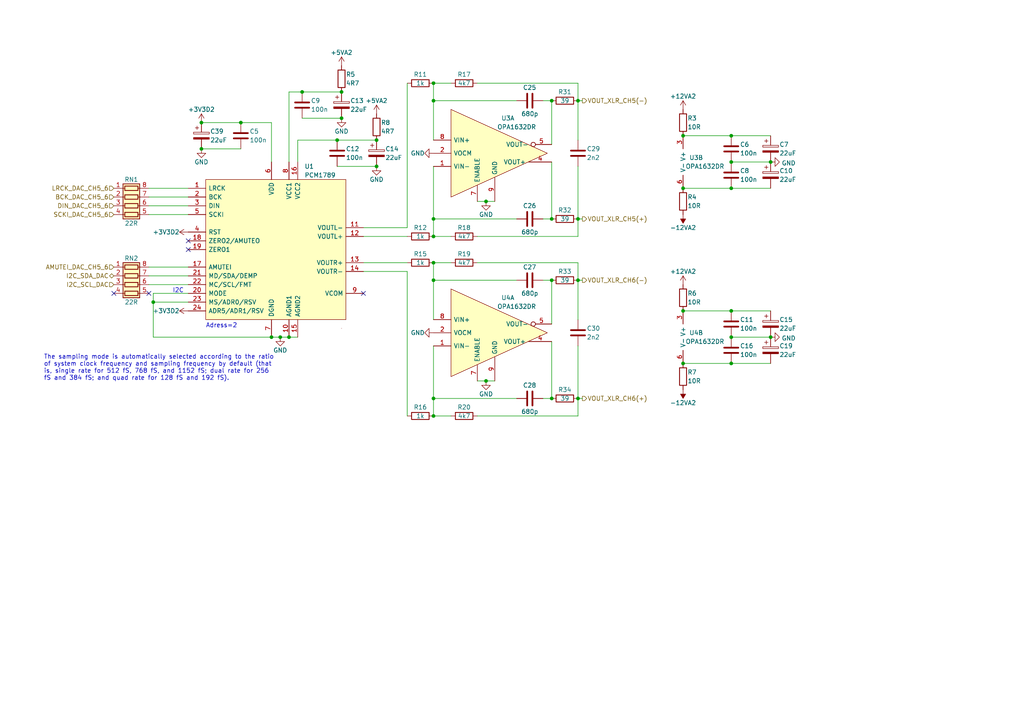
<source format=kicad_sch>
(kicad_sch (version 20230121) (generator eeschema)
  (paper "A4")
  (title_block (title "AUDIO-DSP_MAIN_BOARD") (date "2023-06-06") (rev "R01"))
  (lib_symbols
    (symbol "Audio-DSP:+12VA2" (power) (in_bom no) (on_board no)
      (property "Value" "+12VA2" (at 0 3.81 0))
      (symbol "+12VA2_0_1"
        (polyline (pts (xy -0.762 1.27) (xy 0 2.54)))
        (polyline (pts (xy 0 0) (xy 0 2.54)))
        (polyline (pts (xy 0 2.54) (xy 0.762 1.27)))
      )
      (symbol "+12VA2_1_1"
        (pin power_in line (at 0 0 90) (length 0) hide (name "+12VA2") (number "1"))
      )
    )
    (symbol "Audio-DSP:+5VA2" (power) (in_bom no) (on_board no)
      (property "Value" "+5VA2" (at 0 3.81 0))
      (symbol "+5VA2_0_1"
        (polyline (pts (xy -0.762 1.27) (xy 0 2.54)))
        (polyline (pts (xy 0 0) (xy 0 2.54)))
        (polyline (pts (xy 0 2.54) (xy 0.762 1.27)))
      )
      (symbol "+5VA2_1_1"
        (pin power_in line (at 0 0 90) (length 0) hide (name "+5VA2") (number "1"))
      )
    )
    (symbol "Audio-DSP:-12VA2" (power) (in_bom no) (on_board no)
      (property "Value" "-12VA2" (at 0 3.81 0))
      (symbol "-12VA2_0_1"
        (polyline (pts (xy 0 0) (xy 0 1.27) (xy 0.762 1.27) (xy 0 2.54) (xy -0.762 1.27) (xy 0 1.27)) (fill (type outline)))
      )
      (symbol "-12VA2_1_0"
        (pin power_in line (at 0 0 90) (length 0) hide (name "-12VA2") (number "1"))
      )
    )
    (symbol "Audio-DSP:OPA1632DR" (pin_names (offset 0.762))
      (property "Reference" "U" (at 8.89 11.43 0))
      (property "Value" "OPA1632DR" (at 8.89 8.89 0))
      (symbol "OPA1632DR_1_0"
        (pin passive line (at -15.24 -2.54 0) (length 5.08) (name "VIN-") (number "1"))
        (pin passive line (at -15.24 1.27 0) (length 5.08) (name "VOCM") (number "2"))
        (pin passive line (at 19.05 -1.27 180) (length 6.7056) (name "VOUT+") (number "4"))
        (pin passive inverted (at 19.05 3.81 180) (length 5.9944) (name "VOUT-") (number "5"))
        (pin passive line (at -2.54 -12.7 90) (length 4.699) (name "ENABLE") (number "7"))
        (pin passive line (at -15.24 5.08 0) (length 5.08) (name "VIN+") (number "8"))
      )
      (symbol "OPA1632DR_1_1"
        (polyline (pts (xy -10.16 13.97) (xy 17.78 1.27) (xy -10.16 -11.43) (xy -10.16 13.97)) (stroke (width 0.1524)) (fill (type background)))
        (pin passive line (at 2.54 -12.7 90) (length 6.9088) (name "GND") (number "9"))
      )
      (symbol "OPA1632DR_2_0"
        (pin passive line (at 0 7.62 270) (length 3.81) (name "V+") (number "3"))
        (pin passive line (at 0 -7.62 90) (length 3.81) (name "V-") (number "6"))
      )
    )
    (symbol "Audio_DSP:+3V3D2" (power) (in_bom no) (on_board no)
      (property "Value" "+3V3D2" (at 0 3.81 0))
      (symbol "+3V3D2_0_1"
        (polyline (pts (xy -0.762 1.27) (xy 0 2.54)))
        (polyline (pts (xy 0 0) (xy 0 2.54)))
        (polyline (pts (xy 0 2.54) (xy 0.762 1.27)))
      )
      (symbol "+3V3D2_1_1"
        (pin power_in line (at 0 0 90) (length 0) hide (name "+3V3D2") (number "1"))
      )
    )
    (symbol "Audio_DSP:PCM1789" (pin_names (offset 0.762))
      (property "Reference" "U" (at 11.43 24.13 0))
      (property "Value" "PCM1789" (at 6.35 21.59 0))
      (symbol "PCM1789_0_0"
        (pin passive line (at -26.67 17.78 0) (length 5.08) (name "LRCK") (number "1"))
        (pin passive line (at 2.54 -25.4 90) (length 5.08) (name "AGND1") (number "10"))
        (pin passive line (at 24.13 6.35 180) (length 5.08) (name "VOUTL-") (number "11"))
        (pin passive line (at 24.13 3.81 180) (length 5.08) (name "VOUTL+") (number "12"))
        (pin passive line (at 24.13 -3.81 180) (length 5.08) (name "VOUTR+") (number "13"))
        (pin passive line (at 24.13 -6.35 180) (length 5.08) (name "VOUTR-") (number "14"))
        (pin passive line (at 5.08 -25.4 90) (length 5.08) (name "AGND2") (number "15"))
        (pin passive line (at -26.67 -5.08 0) (length 5.08) (name "AMUTEI") (number "17"))
        (pin passive line (at -26.67 2.54 0) (length 5.08) (name "ZERO2/AMUTEO") (number "18"))
        (pin passive line (at -26.67 0 0) (length 5.08) (name "ZERO1") (number "19"))
        (pin passive line (at -26.67 15.24 0) (length 5.08) (name "BCK") (number "2"))
        (pin passive line (at -26.67 -12.7 0) (length 5.08) (name "MODE") (number "20"))
        (pin passive line (at -26.67 -7.62 0) (length 5.08) (name "MD/SDA/DEMP") (number "21"))
        (pin passive line (at -26.67 -10.16 0) (length 5.08) (name "MC/SCL/FMT") (number "22"))
        (pin passive line (at -26.67 -15.24 0) (length 5.08) (name "MS/ADR0/RSV") (number "23"))
        (pin passive line (at -26.67 -17.78 0) (length 5.08) (name "ADR5/ADR1/RSV") (number "24"))
        (pin passive line (at -26.67 12.7 0) (length 5.08) (name "DIN") (number "3"))
        (pin passive line (at -26.67 5.08 0) (length 5.08) (name "RST") (number "4"))
        (pin passive line (at -26.67 10.16 0) (length 5.08) (name "SCKI") (number "5"))
        (pin passive line (at -2.54 -25.4 90) (length 5.08) (name "DGND") (number "7"))
        (pin passive line (at 24.13 -12.7 180) (length 5.08) (name "VCOM") (number "9"))
      )
      (symbol "PCM1789_0_1"
        (rectangle (start -21.59 20.32) (end 19.05 -20.32) (stroke (width 0.1524)) (fill (type background)))
        (rectangle (start 17.78 -22.86) (end 17.78 -22.86) (stroke (width 0.1524)))
      )
      (symbol "PCM1789_1_0"
        (pin power_in line (at 5.08 25.4 270) (length 5.08) (name "VCC2") (number "16"))
        (pin power_in line (at -2.54 25.4 270) (length 5.08) (name "VDD") (number "6"))
        (pin power_in line (at 2.54 25.4 270) (length 5.08) (name "VCC1") (number "8"))
      )
    )
    (symbol "Device:C" (pin_numbers hide) (pin_names (offset 0.254))
      (property "Reference" "C" (at 0.635 2.54 0))
      (property "Value" "C" (at 0.635 -2.54 0))
      (symbol "C_0_1"
        (polyline (pts (xy -2.032 -0.762) (xy 2.032 -0.762)) (stroke (width 0.508)))
        (polyline (pts (xy -2.032 0.762) (xy 2.032 0.762)) (stroke (width 0.508)))
      )
      (symbol "C_1_1"
        (pin passive line (at 0 3.81 270) (length 2.794) (name "~") (number "1"))
        (pin passive line (at 0 -3.81 90) (length 2.794) (name "~") (number "2"))
      )
    )
    (symbol "Device:C_Polarized" (pin_numbers hide) (pin_names (offset 0.254))
      (property "Reference" "C" (at 0.635 2.54 0))
      (property "Value" "C_Polarized" (at 0.635 -2.54 0))
      (symbol "C_Polarized_0_1"
        (rectangle (start -2.286 0.508) (end 2.286 1.016))
        (polyline (pts (xy -1.778 2.286) (xy -0.762 2.286)))
        (polyline (pts (xy -1.27 2.794) (xy -1.27 1.778)))
        (rectangle (start 2.286 -0.508) (end -2.286 -1.016) (fill (type outline)))
      )
      (symbol "C_Polarized_1_1"
        (pin passive line (at 0 3.81 270) (length 2.794) (name "~") (number "1"))
        (pin passive line (at 0 -3.81 90) (length 2.794) (name "~") (number "2"))
      )
    )
    (symbol "Device:R" (pin_numbers hide) (pin_names (offset 0))
      (property "Reference" "R" (at 2.032 0 90))
      (property "Value" "R" (at 0 0 90))
      (symbol "R_0_1"
        (rectangle (start -1.016 -2.54) (end 1.016 2.54) (stroke (width 0.254)))
      )
      (symbol "R_1_1"
        (pin passive line (at 0 3.81 270) (length 1.27) (name "~") (number "1"))
        (pin passive line (at 0 -3.81 90) (length 1.27) (name "~") (number "2"))
      )
    )
    (symbol "Device:R_Pack04" (pin_names (offset 0) hide)
      (property "Reference" "RN" (at -7.62 0 90))
      (property "Value" "R_Pack04" (at 5.08 0 90))
      (symbol "R_Pack04_0_1"
        (rectangle (start -6.35 -2.413) (end 3.81 2.413) (stroke (width 0.254)) (fill (type background)))
        (rectangle (start -5.715 1.905) (end -4.445 -1.905) (stroke (width 0.254)))
        (rectangle (start -3.175 1.905) (end -1.905 -1.905) (stroke (width 0.254)))
        (rectangle (start -0.635 1.905) (end 0.635 -1.905) (stroke (width 0.254)))
        (polyline (pts (xy -5.08 -2.54) (xy -5.08 -1.905)))
        (polyline (pts (xy -5.08 1.905) (xy -5.08 2.54)))
        (polyline (pts (xy -2.54 -2.54) (xy -2.54 -1.905)))
        (polyline (pts (xy -2.54 1.905) (xy -2.54 2.54)))
        (polyline (pts (xy 0 -2.54) (xy 0 -1.905)))
        (polyline (pts (xy 0 1.905) (xy 0 2.54)))
        (polyline (pts (xy 2.54 -2.54) (xy 2.54 -1.905)))
        (polyline (pts (xy 2.54 1.905) (xy 2.54 2.54)))
        (rectangle (start 1.905 1.905) (end 3.175 -1.905) (stroke (width 0.254)))
      )
      (symbol "R_Pack04_1_1"
        (pin passive line (at -5.08 -5.08 90) (length 2.54) (name "R1.1") (number "1"))
        (pin passive line (at -2.54 -5.08 90) (length 2.54) (name "R2.1") (number "2"))
        (pin passive line (at 0 -5.08 90) (length 2.54) (name "R3.1") (number "3"))
        (pin passive line (at 2.54 -5.08 90) (length 2.54) (name "R4.1") (number "4"))
        (pin passive line (at 2.54 5.08 270) (length 2.54) (name "R4.2") (number "5"))
        (pin passive line (at 0 5.08 270) (length 2.54) (name "R3.2") (number "6"))
        (pin passive line (at -2.54 5.08 270) (length 2.54) (name "R2.2") (number "7"))
        (pin passive line (at -5.08 5.08 270) (length 2.54) (name "R1.2") (number "8"))
      )
    )
    (symbol "power:GND" (power) (pin_names (offset 0))
      (property "Value" "GND" (at 0 -3.81 0))
      (symbol "GND_0_1"
        (polyline (pts (xy 0 0) (xy 0 -1.27) (xy 1.27 -1.27) (xy 0 -2.54) (xy -1.27 -1.27) (xy 0 -1.27)))
      )
      (symbol "GND_1_1"
        (pin power_in line (at 0 0 270) (length 0) hide (name "GND") (number "1"))
      )
    )
  )
  (junction (at 99.06 34.29))
  (junction (at 223.52 97.79))
  (junction (at 160.02 115.57))
  (junction (at 58.42 43.18))
  (junction (at 125.73 115.57))
  (junction (at 212.09 46.99))
  (junction (at 198.12 39.37))
  (junction (at 212.09 97.79))
  (junction (at 198.12 90.17))
  (junction (at 212.09 90.17))
  (junction (at 78.74 97.79))
  (junction (at 125.73 120.65))
  (junction (at 125.73 24.13))
  (junction (at 223.52 46.99))
  (junction (at 44.45 87.63))
  (junction (at 125.73 63.5))
  (junction (at 58.42 35.56))
  (junction (at 198.12 54.61))
  (junction (at 198.12 105.41))
  (junction (at 97.79 40.64))
  (junction (at 83.82 97.79))
  (junction (at 167.64 81.28))
  (junction (at 69.85 35.56))
  (junction (at 125.73 76.2))
  (junction (at 160.02 81.28))
  (junction (at 125.73 68.58))
  (junction (at 140.97 110.49))
  (junction (at 167.64 29.21))
  (junction (at 160.02 29.21))
  (junction (at 212.09 39.37))
  (junction (at 81.28 97.79))
  (junction (at 125.73 29.21))
  (junction (at 212.09 105.41))
  (junction (at 212.09 54.61))
  (junction (at 140.97 58.42))
  (junction (at 87.63 26.67))
  (junction (at 160.02 63.5))
  (junction (at 167.64 115.57))
  (junction (at 125.73 81.28))
  (junction (at 167.64 63.5))
  (junction (at 109.22 48.26))
  (junction (at 109.22 40.64))
  (junction (at 99.06 26.67))
  (no_connect (at 33.02 85.09))
  (no_connect (at 54.61 72.39))
  (no_connect (at 43.18 85.09))
  (no_connect (at 105.41 85.09))
  (no_connect (at 54.61 69.85))
  (wire (pts (xy 43.18 57.15) (xy 54.61 57.15)))
  (wire (pts (xy 160.02 115.57) (xy 160.02 99.06)))
  (wire (pts (xy 86.36 40.64) (xy 86.36 46.99)))
  (wire (pts (xy 105.41 66.04) (xy 118.11 66.04)))
  (wire (pts (xy 43.18 59.69) (xy 54.61 59.69)))
  (wire (pts (xy 44.45 85.09) (xy 44.45 87.63)))
  (wire (pts (xy 167.64 63.5) (xy 168.91 63.5)))
  (wire (pts (xy 105.41 76.2) (xy 118.11 76.2)))
  (wire (pts (xy 125.73 63.5) (xy 125.73 68.58)))
  (wire (pts (xy 105.41 68.58) (xy 118.11 68.58)))
  (wire (pts (xy 157.48 115.57) (xy 160.02 115.57)))
  (wire (pts (xy 167.64 81.28) (xy 167.64 92.71)))
  (wire (pts (xy 44.45 85.09) (xy 54.61 85.09)))
  (wire (pts (xy 125.73 24.13) (xy 130.81 24.13)))
  (wire (pts (xy 43.18 77.47) (xy 54.61 77.47)))
  (wire (pts (xy 167.64 29.21) (xy 168.91 29.21)))
  (wire (pts (xy 167.64 29.21) (xy 167.64 40.64)))
  (wire (pts (xy 125.73 48.26) (xy 125.73 63.5)))
  (wire (pts (xy 97.79 40.64) (xy 109.22 40.64)))
  (wire (pts (xy 198.12 39.37) (xy 212.09 39.37)))
  (wire (pts (xy 69.85 35.56) (xy 78.74 35.56)))
  (wire (pts (xy 125.73 24.13) (xy 125.73 29.21)))
  (wire (pts (xy 160.02 63.5) (xy 160.02 46.99)))
  (wire (pts (xy 125.73 76.2) (xy 125.73 81.28)))
  (wire (pts (xy 78.74 46.99) (xy 78.74 35.56)))
  (wire (pts (xy 212.09 54.61) (xy 223.52 54.61)))
  (wire (pts (xy 118.11 78.74) (xy 118.11 120.65)))
  (wire (pts (xy 157.48 81.28) (xy 160.02 81.28)))
  (wire (pts (xy 83.82 97.79) (xy 86.36 97.79)))
  (wire (pts (xy 44.45 87.63) (xy 44.45 97.79)))
  (wire (pts (xy 130.81 68.58) (xy 125.73 68.58)))
  (wire (pts (xy 167.64 68.58) (xy 167.64 63.5)))
  (wire (pts (xy 138.43 68.58) (xy 167.64 68.58)))
  (wire (pts (xy 138.43 110.49) (xy 140.97 110.49)))
  (wire (pts (xy 58.42 43.18) (xy 69.85 43.18)))
  (wire (pts (xy 212.09 97.79) (xy 223.52 97.79)))
  (wire (pts (xy 167.64 24.13) (xy 167.64 29.21)))
  (wire (pts (xy 87.63 34.29) (xy 99.06 34.29)))
  (wire (pts (xy 167.64 48.26) (xy 167.64 63.5)))
  (wire (pts (xy 44.45 97.79) (xy 78.74 97.79)))
  (wire (pts (xy 43.18 82.55) (xy 54.61 82.55)))
  (wire (pts (xy 167.64 81.28) (xy 168.91 81.28)))
  (wire (pts (xy 138.43 76.2) (xy 167.64 76.2)))
  (wire (pts (xy 212.09 39.37) (xy 223.52 39.37)))
  (wire (pts (xy 212.09 90.17) (xy 223.52 90.17)))
  (wire (pts (xy 125.73 81.28) (xy 125.73 92.71)))
  (wire (pts (xy 198.12 90.17) (xy 212.09 90.17)))
  (wire (pts (xy 130.81 120.65) (xy 125.73 120.65)))
  (wire (pts (xy 198.12 54.61) (xy 212.09 54.61)))
  (wire (pts (xy 44.45 87.63) (xy 54.61 87.63)))
  (wire (pts (xy 86.36 40.64) (xy 97.79 40.64)))
  (wire (pts (xy 138.43 120.65) (xy 167.64 120.65)))
  (wire (pts (xy 43.18 80.01) (xy 54.61 80.01)))
  (wire (pts (xy 149.86 115.57) (xy 125.73 115.57)))
  (wire (pts (xy 212.09 46.99) (xy 223.52 46.99)))
  (wire (pts (xy 198.12 105.41) (xy 212.09 105.41)))
  (wire (pts (xy 125.73 29.21) (xy 125.73 40.64)))
  (wire (pts (xy 78.74 97.79) (xy 81.28 97.79)))
  (wire (pts (xy 43.18 62.23) (xy 54.61 62.23)))
  (wire (pts (xy 160.02 29.21) (xy 160.02 41.91)))
  (wire (pts (xy 118.11 24.13) (xy 118.11 66.04)))
  (wire (pts (xy 140.97 110.49) (xy 143.51 110.49)))
  (wire (pts (xy 81.28 97.79) (xy 83.82 97.79)))
  (wire (pts (xy 167.64 115.57) (xy 168.91 115.57)))
  (wire (pts (xy 138.43 24.13) (xy 167.64 24.13)))
  (wire (pts (xy 125.73 115.57) (xy 125.73 120.65)))
  (wire (pts (xy 160.02 81.28) (xy 160.02 93.98)))
  (wire (pts (xy 157.48 63.5) (xy 160.02 63.5)))
  (wire (pts (xy 97.79 48.26) (xy 109.22 48.26)))
  (wire (pts (xy 125.73 100.33) (xy 125.73 115.57)))
  (wire (pts (xy 140.97 58.42) (xy 143.51 58.42)))
  (wire (pts (xy 167.64 120.65) (xy 167.64 115.57)))
  (wire (pts (xy 212.09 105.41) (xy 223.52 105.41)))
  (wire (pts (xy 125.73 81.28) (xy 149.86 81.28)))
  (wire (pts (xy 149.86 63.5) (xy 125.73 63.5)))
  (wire (pts (xy 58.42 35.56) (xy 69.85 35.56)))
  (wire (pts (xy 125.73 76.2) (xy 130.81 76.2)))
  (wire (pts (xy 105.41 78.74) (xy 118.11 78.74)))
  (wire (pts (xy 125.73 29.21) (xy 149.86 29.21)))
  (wire (pts (xy 167.64 76.2) (xy 167.64 81.28)))
  (wire (pts (xy 83.82 26.67) (xy 87.63 26.67)))
  (wire (pts (xy 87.63 26.67) (xy 99.06 26.67)))
  (wire (pts (xy 83.82 26.67) (xy 83.82 46.99)))
  (wire (pts (xy 43.18 54.61) (xy 54.61 54.61)))
  (wire (pts (xy 138.43 58.42) (xy 140.97 58.42)))
  (wire (pts (xy 167.64 100.33) (xy 167.64 115.57)))
  (wire (pts (xy 157.48 29.21) (xy 160.02 29.21)))
  (text "Adress=2" (at 59.69 95.25 0) (effects (font (size 1.27 1.27)) (justify left bottom)))
  (text "I2C" (at 53.34 85.09 0) (effects (font (size 1.27 1.27)) (justify right bottom)))
  (text "The sampling mode is automatically selected according to the ratio\nof system clock frequency and sampling frequency by default (that\nis, single rate for 512 fS, 768 fS, and 1152 fS; dual rate for 256\nfS and 384 fS; and quad rate for 128 fS and 192 fS)." (at 12.7 110.49 0) (effects (font (size 1.27 1.27)) (justify left bottom)))
  (hierarchical_label "VOUT_XLR_CH6(-)" (shape output) (at 168.91 81.28 0))
  (hierarchical_label "BCK_DAC_CH5_6" (shape input) (at 33.02 57.15 180))
  (hierarchical_label "AMUTEI_DAC_CH5_6" (shape input) (at 33.02 77.47 180))
  (hierarchical_label "SCKI_DAC_CH5_6" (shape input) (at 33.02 62.23 180))
  (hierarchical_label "VOUT_XLR_CH5(-)" (shape output) (at 168.91 29.21 0))
  (hierarchical_label "I2C_SDA_DAC" (shape bidirectional) (at 33.02 80.01 180))
  (hierarchical_label "DIN_DAC_CH5_6" (shape input) (at 33.02 59.69 180))
  (hierarchical_label "I2C_SCL_DAC" (shape input) (at 33.02 82.55 180))
  (hierarchical_label "LRCK_DAC_CH5_6" (shape input) (at 33.02 54.61 180))
  (hierarchical_label "VOUT_XLR_CH6(+)" (shape output) (at 168.91 115.57 0))
  (hierarchical_label "VOUT_XLR_CH5(+)" (shape output) (at 168.91 63.5 0))
  (symbol (lib_id "Device:R") (at 121.92 76.2 90) (unit 1)
    (property "Reference" "R15" (at 121.92 73.66 90))
    (property "Value" "1k" (at 121.92 76.2 90))
    (property "Footprint" "Resistor_SMD:R_0805_2012Metric" (effects hide))
    (property "Datasheet" "https://nl.mouser.com/ProductDetail/Panasonic/ERA-6ARW102V?qs=sGAEpiMZZMvdGkrng054t7Q%2FBjLwFmgi9xVIaqQ4tjI%3D" (effects hide))
    (instances (project "Main board" (path "" (reference "R15") (unit 1)) (path "" (reference "R64") (unit 1)) (path "" (reference "R62") (unit 1))))
  )
  (symbol (lib_id "Device:C") (at 167.64 44.45 0) (unit 1)
    (property "Reference" "C29" (at 170.18 43.18 0) (effects (justify left)))
    (property "Value" "2n2" (at 170.18 45.72 0) (effects (justify left)))
    (property "Footprint" "Capacitor_SMD:C_0805_2012Metric" (effects hide))
    (property "Datasheet" "https://nl.mouser.com/ProductDetail/Samsung-Electro-Mechanics/CL21C222JBFNNNG?qs=sGAEpiMZZMvsSlwiRhF8qiamir66WTSkirLA%252BgG7U9k%3D" (effects hide))
    (instances (project "Main board" (path "" (reference "C29") (unit 1)) (path "" (reference "C72") (unit 1)) (path "" (reference "C74") (unit 1))))
  )
  (symbol (lib_id "Device:C") (at 153.67 81.28 90) (unit 1)
    (property "Reference" "C27" (at 155.575 77.47 90) (effects (justify left)))
    (property "Value" "680p" (at 153.67 85.09 90))
    (property "Footprint" "Capacitor_SMD:C_0805_2012Metric" (effects hide))
    (property "Datasheet" "https://nl.mouser.com/ProductDetail/Wurth-Elektronik/885012007039?qs=sGAEpiMZZMvsSlwiRhF8qunkWFWGyo%252BvXKfZHOY2cNzpjwvGLvXaQQ%3D%3D" (effects hide))
    (instances (project "Main board" (path "" (reference "C27") (unit 1)) (path "" (reference "C70") (unit 1)) (path "" (reference "C66") (unit 1))))
  )
  (symbol (lib_id "Device:R") (at 121.92 24.13 90) (unit 1)
    (property "Reference" "R11" (at 121.92 21.59 90))
    (property "Value" "1k" (at 121.92 24.13 90))
    (property "Footprint" "Resistor_SMD:R_0805_2012Metric" (effects hide))
    (property "Datasheet" "https://nl.mouser.com/ProductDetail/Panasonic/ERA-6ARW102V?qs=sGAEpiMZZMvdGkrng054t7Q%2FBjLwFmgi9xVIaqQ4tjI%3D" (effects hide))
    (instances (project "Main board" (path "" (reference "R11") (unit 1)) (path "" (reference "R60") (unit 1)) (path "" (reference "R58") (unit 1))))
  )
  (symbol (lib_id "Device:R") (at 163.83 29.21 90) (unit 1)
    (property "Reference" "R31" (at 163.83 26.67 90))
    (property "Value" "39" (at 163.83 29.21 90))
    (property "Footprint" "Resistor_SMD:R_0805_2012Metric" (effects hide))
    (property "Datasheet" "https://nl.mouser.com/ProductDetail/Panasonic/ERA-6AHD390V?qs=sGAEpiMZZMvdGkrng054t%252B2w5OgPkZzPSMe78p4YxGA%3D" (effects hide))
    (instances (project "Main board" (path "" (reference "R31") (unit 1)) (path "" (reference "R80") (unit 1)) (path "" (reference "R74") (unit 1))))
  )
  (symbol (lib_id "power:GND") (at 140.97 58.42 0) (unit 1)
    (property "Reference" "#PWR0129" (effects hide))
    (property "Value" "GND" (at 140.97 62.23 0))
    (instances (project "Main board" (path "" (reference "#PWR0129") (unit 1)) (path "" (reference "#PWR028") (unit 1)) (path "" (reference "#PWR037") (unit 1))))
  )
  (symbol (lib_id "Audio_DSP:PCM1789") (at 81.28 72.39 0) (unit 1)
    (property "Reference" "U1" (at 88.3159 48.26 0) (effects (justify left)))
    (property "Value" "PCM1789" (at 88.3159 50.8 0) (effects (justify left)))
    (property "Footprint" "Package_SO:TSSOP-24_4.4x7.8mm_P0.65mm" (effects hide))
    (property "Datasheet" "https://eu.mouser.com/ProductDetail/Texas-Instruments/PCM1789TPWRQ1?qs=cBe3DO7yhR4lgqDaXbktkg%3D%3D" (effects hide))
    (instances (project "Main board" (path "" (reference "U1") (unit 1)) (path "" (reference "U16") (unit 1)) (path "" (reference "U10") (unit 1))))
  )
  (symbol (lib_id "Audio-DSP:OPA1632DR") (at 140.97 45.72 0) (unit 1)
    (property "Reference" "U3" (at 147.32 34.29 0))
    (property "Value" "OPA1632DR" (at 149.86 36.83 0))
    (property "Footprint" "Audio-DSP:VSSOP-8_3.0x3.0mm_P0.65_TP1.8x1.5" (effects hide))
    (property "Datasheet" "https://eu.mouser.com/ProductDetail/Texas-Instruments/OPA1632DGNR?qs=7nS3%252BbEUL6t46Xk02kKOHg%3D%3D" (effects hide))
    (instances (project "Main board" (path "" (reference "U3") (unit 1)) (path "" (reference "U11") (unit 1)) (path "" (reference "U22") (unit 1))))
  )
  (symbol (lib_id "Device:R") (at 109.22 36.83 0) (unit 1)
    (property "Reference" "R8" (at 110.49 35.56 0) (effects (justify left)))
    (property "Value" "4R7" (at 110.49 38.1 0) (effects (justify left)))
    (property "Footprint" "Resistor_SMD:R_0805_2012Metric" (effects hide))
    (instances (project "Main board" (path "" (reference "R8") (unit 1)) (path "" (reference "R57") (unit 1)) (path "" (reference "R51") (unit 1))))
  )
  (symbol (lib_id "power:GND") (at 125.73 96.52 270) (unit 1)
    (property "Reference" "#PWR0115" (effects hide))
    (property "Value" "GND" (at 123.19 96.52 90) (effects (justify right)))
    (instances (project "Main board" (path "" (reference "#PWR0115") (unit 1)) (path "" (reference "#PWR026") (unit 1)) (path "" (reference "#PWR036") (unit 1))))
  )
  (symbol (lib_id "Device:C_Polarized") (at 58.42 39.37 0) (unit 1)
    (property "Reference" "C39" (at 60.96 38.1 0) (effects (justify left)))
    (property "Value" "22uF" (at 60.96 40.64 0) (effects (justify left)))
    (property "Footprint" "Capacitor_THT:CP_Radial_D5.0mm_P2.00mm" (effects hide))
    (property "Datasheet" "https://nl.mouser.com/ProductDetail/Wurth-Elektronik/860010472003?qs=0KOYDY2FL29m3c71CGm9mg%3D%3D" (effects hide))
    (instances (project "Main board" (path "" (reference "C39") (unit 1)) (path "" (reference "C48") (unit 1)) (path "" (reference "C44") (unit 1))))
  )
  (symbol (lib_id "Device:C") (at 167.64 96.52 0) (unit 1)
    (property "Reference" "C30" (at 170.18 95.25 0) (effects (justify left)))
    (property "Value" "2n2" (at 170.18 97.79 0) (effects (justify left)))
    (property "Footprint" "Capacitor_SMD:C_0805_2012Metric" (effects hide))
    (property "Datasheet" "https://nl.mouser.com/ProductDetail/Samsung-Electro-Mechanics/CL21C222JBFNNNG?qs=sGAEpiMZZMvsSlwiRhF8qiamir66WTSkirLA%252BgG7U9k%3D" (effects hide))
    (instances (project "Main board" (path "" (reference "C30") (unit 1)) (path "" (reference "C73") (unit 1)) (path "" (reference "C75") (unit 1))))
  )
  (symbol (lib_id "Device:R") (at 198.12 35.56 0) (unit 1)
    (property "Reference" "R3" (at 199.39 34.29 0) (effects (justify left)))
    (property "Value" "10R" (at 199.39 36.83 0) (effects (justify left)))
    (property "Footprint" "Resistor_SMD:R_0805_2012Metric" (effects hide))
    (property "Datasheet" "https://nl.mouser.com/ProductDetail/Kamaya/RMC1-10-100JTP?qs=sGAEpiMZZMvdGkrng054t%252BjmMOhbS7JJEw%2FLxpBrGXF090y2DlvDnQ%3D%3D" (effects hide))
    (instances (project "Main board" (path "" (reference "R3") (unit 1)) (path "" (reference "R52") (unit 1)) (path "" (reference "R78") (unit 1))))
  )
  (symbol (lib_id "Audio-DSP:OPA1632DR") (at 140.97 97.79 0) (unit 1)
    (property "Reference" "U4" (at 147.32 86.36 0))
    (property "Value" "OPA1632DR" (at 149.86 88.9 0))
    (property "Footprint" "Audio-DSP:VSSOP-8_3.0x3.0mm_P0.65_TP1.8x1.5" (effects hide))
    (property "Datasheet" "https://eu.mouser.com/ProductDetail/Texas-Instruments/OPA1632DGNR?qs=7nS3%252BbEUL6t46Xk02kKOHg%3D%3D" (effects hide))
    (instances (project "Main board" (path "" (reference "U4") (unit 1)) (path "" (reference "U17") (unit 1)) (path "" (reference "U23") (unit 1))))
  )
  (symbol (lib_id "Device:R") (at 134.62 120.65 90) (unit 1)
    (property "Reference" "R20" (at 134.62 118.11 90))
    (property "Value" "4k7" (at 134.62 120.65 90))
    (property "Footprint" "Resistor_SMD:R_0805_2012Metric" (effects hide))
    (property "Datasheet" "https://nl.mouser.com/ProductDetail/Panasonic/ERA-6AEB472V?qs=sGAEpiMZZMvdGkrng054t%252BKCHBXLTLydL5pbD7DuWjw%3D" (effects hide))
    (instances (project "Main board" (path "" (reference "R20") (unit 1)) (path "" (reference "R73") (unit 1)) (path "" (reference "R69") (unit 1))))
  )
  (symbol (lib_id "Device:C") (at 69.85 39.37 0) (unit 1)
    (property "Reference" "C5" (at 72.39 38.1 0) (effects (justify left)))
    (property "Value" "100n" (at 72.39 40.64 0) (effects (justify left)))
    (property "Footprint" "Capacitor_SMD:C_0402_1005Metric" (effects hide))
    (property "Datasheet" "https://nl.mouser.com/ProductDetail/Murata-Electronics/GRM155R71H104KE14D?qs=2UZY3JfgLCy9gG9icKV9Yg%3D%3D" (effects hide))
    (instances (project "Main board" (path "" (reference "C5") (unit 1)) (path "" (reference "C49") (unit 1)) (path "" (reference "C45") (unit 1))))
  )
  (symbol (lib_id "Device:C") (at 97.79 44.45 0) (unit 1)
    (property "Reference" "C12" (at 100.33 43.18 0) (effects (justify left)))
    (property "Value" "100n" (at 100.33 45.72 0) (effects (justify left)))
    (property "Footprint" "Capacitor_SMD:C_0402_1005Metric" (effects hide))
    (property "Datasheet" "https://nl.mouser.com/ProductDetail/Murata-Electronics/GRM155R71H104KE14D?qs=2UZY3JfgLCy9gG9icKV9Yg%3D%3D" (effects hide))
    (instances (project "Main board" (path "" (reference "C12") (unit 1)) (path "" (reference "C55") (unit 1)) (path "" (reference "C47") (unit 1))))
  )
  (symbol (lib_id "power:GND") (at 109.22 48.26 0) (unit 1)
    (property "Reference" "#PWR0132" (effects hide))
    (property "Value" "GND" (at 109.22 52.07 0))
    (instances (project "Main board" (path "" (reference "#PWR0132") (unit 1)) (path "" (reference "#PWR024") (unit 1)) (path "" (reference "#PWR034") (unit 1))))
  )
  (symbol (lib_id "Device:C") (at 87.63 30.48 0) (unit 1)
    (property "Reference" "C9" (at 90.17 29.21 0) (effects (justify left)))
    (property "Value" "100n" (at 90.17 31.75 0) (effects (justify left)))
    (property "Footprint" "Capacitor_SMD:C_0402_1005Metric" (effects hide))
    (property "Datasheet" "https://nl.mouser.com/ProductDetail/Murata-Electronics/GRM155R71H104KE14D?qs=2UZY3JfgLCy9gG9icKV9Yg%3D%3D" (effects hide))
    (instances (project "Main board" (path "" (reference "C9") (unit 1)) (path "" (reference "C52") (unit 1)) (path "" (reference "C46") (unit 1))))
  )
  (symbol (lib_id "Audio-DSP:+12VA2") (at 198.12 31.75 0) (unit 1) (in_bom no) (on_board no)
    (property "Reference" "#PWR052" (effects hide))
    (property "Value" "+12VA2" (at 198.12 27.94 0))
    (instances (project "Main board" (path "" (reference "#PWR052") (unit 1)) (path "" (reference "#PWR021") (unit 1))))
  )
  (symbol (lib_id "Audio-DSP:OPA1632DR") (at 198.12 97.79 0) (unit 2)
    (property "Reference" "U4" (at 201.93 96.52 0))
    (property "Value" "OPA1632DR" (at 204.47 99.06 0))
    (property "Footprint" "Audio-DSP:VSSOP-8_3.0x3.0mm_P0.65_TP1.8x1.5" (effects hide))
    (property "Datasheet" "https://eu.mouser.com/ProductDetail/Texas-Instruments/OPA1632DGNR?qs=7nS3%252BbEUL6t46Xk02kKOHg%3D%3D" (effects hide))
    (instances (project "Main board" (path "" (reference "U4") (unit 2)) (path "" (reference "U17") (unit 2)) (path "" (reference "U23") (unit 2))))
  )
  (symbol (lib_id "power:GND") (at 223.52 46.99 90) (unit 1)
    (property "Reference" "#PWR0118" (effects hide))
    (property "Value" "GND" (at 226.695 47.3068 90) (effects (justify right)))
    (instances (project "Main board" (path "" (reference "#PWR0118") (unit 1)) (path "" (reference "#PWR018") (unit 1)) (path "" (reference "#PWR043") (unit 1))))
  )
  (symbol (lib_id "Device:C_Polarized") (at 223.52 101.6 0) (unit 1)
    (property "Reference" "C19" (at 226.06 100.33 0) (effects (justify left)))
    (property "Value" "22uF" (at 226.06 102.87 0) (effects (justify left)))
    (property "Footprint" "Capacitor_THT:CP_Radial_D5.0mm_P2.00mm" (effects hide))
    (property "Datasheet" "https://nl.mouser.com/ProductDetail/Wurth-Elektronik/860010472003?qs=0KOYDY2FL29m3c71CGm9mg%3D%3D" (effects hide))
    (instances (project "Main board" (path "" (reference "C19") (unit 1)) (path "" (reference "C63") (unit 1)) (path "" (reference "C83") (unit 1))))
  )
  (symbol (lib_id "Device:C") (at 153.67 115.57 90) (unit 1)
    (property "Reference" "C28" (at 155.575 111.76 90) (effects (justify left)))
    (property "Value" "680p" (at 153.67 119.38 90))
    (property "Footprint" "Capacitor_SMD:C_0805_2012Metric" (effects hide))
    (property "Datasheet" "https://nl.mouser.com/ProductDetail/Wurth-Elektronik/885012007039?qs=sGAEpiMZZMvsSlwiRhF8qunkWFWGyo%252BvXKfZHOY2cNzpjwvGLvXaQQ%3D%3D" (effects hide))
    (instances (project "Main board" (path "" (reference "C28") (unit 1)) (path "" (reference "C71") (unit 1)) (path "" (reference "C67") (unit 1))))
  )
  (symbol (lib_id "Device:R") (at 99.06 22.86 0) (unit 1)
    (property "Reference" "R5" (at 100.33 21.59 0) (effects (justify left)))
    (property "Value" "4R7" (at 100.33 24.13 0) (effects (justify left)))
    (property "Footprint" "Resistor_SMD:R_0805_2012Metric" (effects hide))
    (instances (project "Main board" (path "" (reference "R5") (unit 1)) (path "" (reference "R54") (unit 1)) (path "" (reference "R50") (unit 1))))
  )
  (symbol (lib_id "Device:R_Pack04") (at 38.1 82.55 270) (unit 1)
    (property "Reference" "RN2" (at 38.1 74.93 90))
    (property "Value" "22R" (at 38.1 87.63 90))
    (property "Footprint" "Resistor_SMD:R_Array_Convex_4x0402" (effects hide))
    (property "Datasheet" "https://nl.mouser.com/ProductDetail/Panasonic/EXB-28V220JX?qs=oE3VwAv%2FYtloe62uHqirww%3D%3D" (effects hide))
    (instances (project "Main board" (path "" (reference "RN2") (unit 1)) (path "" (reference "RN4") (unit 1)) (path "" (reference "RN6") (unit 1))))
  )
  (symbol (lib_id "Device:R") (at 134.62 24.13 90) (unit 1)
    (property "Reference" "R17" (at 134.62 21.59 90))
    (property "Value" "4k7" (at 134.62 24.13 90))
    (property "Footprint" "Resistor_SMD:R_0805_2012Metric" (effects hide))
    (property "Datasheet" "https://nl.mouser.com/ProductDetail/Panasonic/ERA-6AEB472V?qs=sGAEpiMZZMvdGkrng054t%252BKCHBXLTLydL5pbD7DuWjw%3D" (effects hide))
    (instances (project "Main board" (path "" (reference "R17") (unit 1)) (path "" (reference "R71") (unit 1)) (path "" (reference "R67") (unit 1))))
  )
  (symbol (lib_id "Device:R_Pack04") (at 38.1 59.69 270) (unit 1)
    (property "Reference" "RN1" (at 38.1 52.07 90))
    (property "Value" "22R" (at 38.1 64.77 90))
    (property "Footprint" "Resistor_SMD:R_Array_Convex_4x0402" (effects hide))
    (property "Datasheet" "https://nl.mouser.com/ProductDetail/Panasonic/EXB-28V220JX?qs=oE3VwAv%2FYtloe62uHqirww%3D%3D" (effects hide))
    (instances (project "Main board" (path "" (reference "RN1") (unit 1)) (path "" (reference "RN3") (unit 1)) (path "" (reference "RN5") (unit 1))))
  )
  (symbol (lib_id "power:GND") (at 81.28 97.79 0) (unit 1)
    (property "Reference" "#PWR0130" (effects hide))
    (property "Value" "GND" (at 81.28 101.6 0))
    (instances (project "Main board" (path "" (reference "#PWR0130") (unit 1)) (path "" (reference "#PWR017") (unit 1)) (path "" (reference "#PWR030") (unit 1))))
  )
  (symbol (lib_id "Device:C") (at 212.09 50.8 0) (unit 1)
    (property "Reference" "C8" (at 214.63 49.53 0) (effects (justify left)))
    (property "Value" "100n" (at 214.63 52.07 0) (effects (justify left)))
    (property "Footprint" "Capacitor_SMD:C_0402_1005Metric" (effects hide))
    (property "Datasheet" "https://nl.mouser.com/ProductDetail/Murata-Electronics/GRM155R71H104KE14D?qs=2UZY3JfgLCy9gG9icKV9Yg%3D%3D" (effects hide))
    (instances (project "Main board" (path "" (reference "C8") (unit 1)) (path "" (reference "C51") (unit 1)) (path "" (reference "C77") (unit 1))))
  )
  (symbol (lib_id "power:GND") (at 223.52 97.79 90) (unit 1)
    (property "Reference" "#PWR0120" (effects hide))
    (property "Value" "GND" (at 226.695 98.1068 90) (effects (justify right)))
    (instances (project "Main board" (path "" (reference "#PWR0120") (unit 1)) (path "" (reference "#PWR027") (unit 1)) (path "" (reference "#PWR044") (unit 1))))
  )
  (symbol (lib_id "Device:C_Polarized") (at 99.06 30.48 0) (unit 1)
    (property "Reference" "C13" (at 101.6 29.21 0) (effects (justify left)))
    (property "Value" "22uF" (at 101.6 31.75 0) (effects (justify left)))
    (property "Footprint" "Capacitor_THT:CP_Radial_D5.0mm_P2.00mm" (effects hide))
    (property "Datasheet" "https://nl.mouser.com/ProductDetail/Wurth-Elektronik/860010472003?qs=0KOYDY2FL29m3c71CGm9mg%3D%3D" (effects hide))
    (instances (project "Main board" (path "" (reference "C13") (unit 1)) (path "" (reference "C56") (unit 1)) (path "" (reference "C60") (unit 1))))
  )
  (symbol (lib_id "Device:C") (at 153.67 29.21 90) (unit 1)
    (property "Reference" "C25" (at 155.575 25.4 90) (effects (justify left)))
    (property "Value" "680p" (at 153.67 33.02 90))
    (property "Footprint" "Capacitor_SMD:C_0805_2012Metric" (effects hide))
    (property "Datasheet" "https://nl.mouser.com/ProductDetail/Wurth-Elektronik/885012007039?qs=sGAEpiMZZMvsSlwiRhF8qunkWFWGyo%252BvXKfZHOY2cNzpjwvGLvXaQQ%3D%3D" (effects hide))
    (instances (project "Main board" (path "" (reference "C25") (unit 1)) (path "" (reference "C68") (unit 1)) (path "" (reference "C64") (unit 1))))
  )
  (symbol (lib_id "power:GND") (at 99.06 34.29 0) (unit 1)
    (property "Reference" "#PWR0133" (effects hide))
    (property "Value" "GND" (at 99.06 38.1 0))
    (instances (project "Main board" (path "" (reference "#PWR0133") (unit 1)) (path "" (reference "#PWR020") (unit 1)) (path "" (reference "#PWR032") (unit 1))))
  )
  (symbol (lib_id "Audio_DSP:+3V3D2") (at 58.42 35.56 0) (unit 1) (in_bom no) (on_board no)
    (property "Reference" "#PWR0106" (effects hide))
    (property "Value" "+3V3D2" (at 58.42 31.75 0))
    (instances (project "Main board" (path "" (reference "#PWR0106") (unit 1)) (path "" (reference "#PWR010") (unit 1))))
  )
  (symbol (lib_id "Device:R") (at 163.83 81.28 90) (unit 1)
    (property "Reference" "R33" (at 163.83 78.74 90))
    (property "Value" "39" (at 163.83 81.28 90))
    (property "Footprint" "Resistor_SMD:R_0805_2012Metric" (effects hide))
    (property "Datasheet" "https://nl.mouser.com/ProductDetail/Panasonic/ERA-6AHD390V?qs=sGAEpiMZZMvdGkrng054t%252B2w5OgPkZzPSMe78p4YxGA%3D" (effects hide))
    (instances (project "Main board" (path "" (reference "R33") (unit 1)) (path "" (reference "R82") (unit 1)) (path "" (reference "R76") (unit 1))))
  )
  (symbol (lib_id "Device:R") (at 163.83 63.5 90) (unit 1)
    (property "Reference" "R32" (at 163.83 60.96 90))
    (property "Value" "39" (at 163.83 63.5 90))
    (property "Footprint" "Resistor_SMD:R_0805_2012Metric" (effects hide))
    (property "Datasheet" "https://nl.mouser.com/ProductDetail/Panasonic/ERA-6AHD390V?qs=sGAEpiMZZMvdGkrng054t%252B2w5OgPkZzPSMe78p4YxGA%3D" (effects hide))
    (instances (project "Main board" (path "" (reference "R32") (unit 1)) (path "" (reference "R81") (unit 1)) (path "" (reference "R75") (unit 1))))
  )
  (symbol (lib_id "Device:C_Polarized") (at 109.22 44.45 0) (unit 1)
    (property "Reference" "C14" (at 111.76 43.18 0) (effects (justify left)))
    (property "Value" "22uF" (at 111.76 45.72 0) (effects (justify left)))
    (property "Footprint" "Capacitor_THT:CP_Radial_D5.0mm_P2.00mm" (effects hide))
    (property "Datasheet" "https://nl.mouser.com/ProductDetail/Wurth-Elektronik/860010472003?qs=0KOYDY2FL29m3c71CGm9mg%3D%3D" (effects hide))
    (instances (project "Main board" (path "" (reference "C14") (unit 1)) (path "" (reference "C57") (unit 1)) (path "" (reference "C61") (unit 1))))
  )
  (symbol (lib_id "power:GND") (at 140.97 110.49 0) (unit 1)
    (property "Reference" "#PWR0117" (effects hide))
    (property "Value" "GND" (at 140.97 114.3 0))
    (instances (project "Main board" (path "" (reference "#PWR0117") (unit 1)) (path "" (reference "#PWR029") (unit 1)) (path "" (reference "#PWR038") (unit 1))))
  )
  (symbol (lib_id "Device:R") (at 121.92 68.58 90) (unit 1)
    (property "Reference" "R12" (at 121.92 66.04 90))
    (property "Value" "1k" (at 121.92 68.58 90))
    (property "Footprint" "Resistor_SMD:R_0805_2012Metric" (effects hide))
    (property "Datasheet" "https://nl.mouser.com/ProductDetail/Panasonic/ERA-6ARW102V?qs=sGAEpiMZZMvdGkrng054t7Q%2FBjLwFmgi9xVIaqQ4tjI%3D" (effects hide))
    (instances (project "Main board" (path "" (reference "R12") (unit 1)) (path "" (reference "R61") (unit 1)) (path "" (reference "R59") (unit 1))))
  )
  (symbol (lib_id "Device:R") (at 121.92 120.65 90) (unit 1)
    (property "Reference" "R16" (at 121.92 118.11 90))
    (property "Value" "1k" (at 121.92 120.65 90))
    (property "Footprint" "Resistor_SMD:R_0805_2012Metric" (effects hide))
    (property "Datasheet" "https://nl.mouser.com/ProductDetail/Panasonic/ERA-6ARW102V?qs=sGAEpiMZZMvdGkrng054t7Q%2FBjLwFmgi9xVIaqQ4tjI%3D" (effects hide))
    (instances (project "Main board" (path "" (reference "R16") (unit 1)) (path "" (reference "R65") (unit 1)) (path "" (reference "R63") (unit 1))))
  )
  (symbol (lib_id "Device:R") (at 198.12 86.36 0) (unit 1)
    (property "Reference" "R6" (at 199.39 85.09 0) (effects (justify left)))
    (property "Value" "10R" (at 199.39 87.63 0) (effects (justify left)))
    (property "Footprint" "Resistor_SMD:R_0805_2012Metric" (effects hide))
    (property "Datasheet" "https://nl.mouser.com/ProductDetail/Kamaya/RMC1-10-100JTP?qs=sGAEpiMZZMvdGkrng054t%252BjmMOhbS7JJEw%2FLxpBrGXF090y2DlvDnQ%3D%3D" (effects hide))
    (instances (project "Main board" (path "" (reference "R6") (unit 1)) (path "" (reference "R55") (unit 1)) (path "" (reference "R84") (unit 1))))
  )
  (symbol (lib_id "Audio-DSP:+5VA2") (at 99.06 19.05 0) (unit 1) (in_bom no) (on_board no)
    (property "Reference" "#PWR049" (effects hide))
    (property "Value" "+5VA2" (at 99.06 15.24 0))
    (instances (project "Main board" (path "" (reference "#PWR049") (unit 1)) (path "" (reference "#PWR033") (unit 1))))
  )
  (symbol (lib_id "Audio_DSP:+3V3D2") (at 54.61 67.31 90) (unit 1) (in_bom no) (on_board no)
    (property "Reference" "#PWR0106" (effects hide))
    (property "Value" "+3V3D2" (at 52.07 67.31 90) (effects (justify left)))
    (instances (project "Main board" (path "" (reference "#PWR0106") (unit 1)) (path "" (reference "#PWR0174") (unit 1)) (path "" (reference "#PWR09") (unit 1))))
  )
  (symbol (lib_id "Device:R") (at 134.62 76.2 90) (unit 1)
    (property "Reference" "R19" (at 134.62 73.66 90))
    (property "Value" "4k7" (at 134.62 76.2 90))
    (property "Footprint" "Resistor_SMD:R_0805_2012Metric" (effects hide))
    (property "Datasheet" "https://nl.mouser.com/ProductDetail/Panasonic/ERA-6AEB472V?qs=sGAEpiMZZMvdGkrng054t%252BKCHBXLTLydL5pbD7DuWjw%3D" (effects hide))
    (instances (project "Main board" (path "" (reference "R19") (unit 1)) (path "" (reference "R72") (unit 1)) (path "" (reference "R68") (unit 1))))
  )
  (symbol (lib_id "Device:R") (at 134.62 68.58 90) (unit 1)
    (property "Reference" "R18" (at 134.62 66.04 90))
    (property "Value" "4k7" (at 134.62 68.58 90))
    (property "Footprint" "Resistor_SMD:R_0805_2012Metric" (effects hide))
    (property "Datasheet" "https://nl.mouser.com/ProductDetail/Panasonic/ERA-6AEB472V?qs=sGAEpiMZZMvdGkrng054t%252BKCHBXLTLydL5pbD7DuWjw%3D" (effects hide))
    (instances (project "Main board" (path "" (reference "R18") (unit 1)) (path "" (reference "R70") (unit 1)) (path "" (reference "R66") (unit 1))))
  )
  (symbol (lib_id "Audio-DSP:-12VA2") (at 198.12 62.23 180) (unit 1) (in_bom no) (on_board no)
    (property "Reference" "#PWR058" (effects hide))
    (property "Value" "-12VA2" (at 198.12 66.04 0))
    (instances (project "Main board" (path "" (reference "#PWR058") (unit 1)) (path "" (reference "#PWR041") (unit 1))))
  )
  (symbol (lib_id "Audio_DSP:+3V3D2") (at 54.61 90.17 90) (unit 1) (in_bom no) (on_board no)
    (property "Reference" "#PWR0106" (effects hide))
    (property "Value" "+3V3D2" (at 52.07 90.17 90) (effects (justify left)))
    (instances (project "Main board" (path "" (reference "#PWR0106") (unit 1)) (path "" (reference "#PWR0174") (unit 1)) (path "" (reference "#PWR045") (unit 1))))
  )
  (symbol (lib_id "Audio-DSP:-12VA2") (at 198.12 113.03 180) (unit 1) (in_bom no) (on_board no)
    (property "Reference" "#PWR058" (effects hide))
    (property "Value" "-12VA2" (at 198.12 116.84 0))
    (instances (project "Main board" (path "" (reference "#PWR058") (unit 1)) (path "" (reference "#PWR042") (unit 1))))
  )
  (symbol (lib_id "Device:C") (at 153.67 63.5 90) (unit 1)
    (property "Reference" "C26" (at 155.575 59.69 90) (effects (justify left)))
    (property "Value" "680p" (at 153.67 67.31 90))
    (property "Footprint" "Capacitor_SMD:C_0805_2012Metric" (effects hide))
    (property "Datasheet" "https://nl.mouser.com/ProductDetail/Wurth-Elektronik/885012007039?qs=sGAEpiMZZMvsSlwiRhF8qunkWFWGyo%252BvXKfZHOY2cNzpjwvGLvXaQQ%3D%3D" (effects hide))
    (instances (project "Main board" (path "" (reference "C26") (unit 1)) (path "" (reference "C69") (unit 1)) (path "" (reference "C65") (unit 1))))
  )
  (symbol (lib_id "Device:C") (at 212.09 101.6 0) (unit 1)
    (property "Reference" "C16" (at 214.63 100.33 0) (effects (justify left)))
    (property "Value" "100n" (at 214.63 102.87 0) (effects (justify left)))
    (property "Footprint" "Capacitor_SMD:C_0402_1005Metric" (effects hide))
    (property "Datasheet" "https://nl.mouser.com/ProductDetail/Murata-Electronics/GRM155R71H104KE14D?qs=2UZY3JfgLCy9gG9icKV9Yg%3D%3D" (effects hide))
    (instances (project "Main board" (path "" (reference "C16") (unit 1)) (path "" (reference "C59") (unit 1)) (path "" (reference "C79") (unit 1))))
  )
  (symbol (lib_id "Audio-DSP:+12VA2") (at 198.12 82.55 0) (unit 1) (in_bom no) (on_board no)
    (property "Reference" "#PWR052" (effects hide))
    (property "Value" "+12VA2" (at 198.12 78.74 0))
    (instances (project "Main board" (path "" (reference "#PWR052") (unit 1)) (path "" (reference "#PWR022") (unit 1))))
  )
  (symbol (lib_id "Device:R") (at 198.12 109.22 0) (unit 1)
    (property "Reference" "R7" (at 199.39 107.95 0) (effects (justify left)))
    (property "Value" "10R" (at 199.39 110.49 0) (effects (justify left)))
    (property "Footprint" "Resistor_SMD:R_0805_2012Metric" (effects hide))
    (property "Datasheet" "https://nl.mouser.com/ProductDetail/Kamaya/RMC1-10-100JTP?qs=sGAEpiMZZMvdGkrng054t%252BjmMOhbS7JJEw%2FLxpBrGXF090y2DlvDnQ%3D%3D" (effects hide))
    (instances (project "Main board" (path "" (reference "R7") (unit 1)) (path "" (reference "R56") (unit 1)) (path "" (reference "R85") (unit 1))))
  )
  (symbol (lib_id "Device:R") (at 198.12 58.42 0) (unit 1)
    (property "Reference" "R4" (at 199.39 57.15 0) (effects (justify left)))
    (property "Value" "10R" (at 199.39 59.69 0) (effects (justify left)))
    (property "Footprint" "Resistor_SMD:R_0805_2012Metric" (effects hide))
    (property "Datasheet" "https://nl.mouser.com/ProductDetail/Kamaya/RMC1-10-100JTP?qs=sGAEpiMZZMvdGkrng054t%252BjmMOhbS7JJEw%2FLxpBrGXF090y2DlvDnQ%3D%3D" (effects hide))
    (instances (project "Main board" (path "" (reference "R4") (unit 1)) (path "" (reference "R53") (unit 1)) (path "" (reference "R79") (unit 1))))
  )
  (symbol (lib_id "Device:R") (at 163.83 115.57 90) (unit 1)
    (property "Reference" "R34" (at 163.83 113.03 90))
    (property "Value" "39" (at 163.83 115.57 90))
    (property "Footprint" "Resistor_SMD:R_0805_2012Metric" (effects hide))
    (property "Datasheet" "https://nl.mouser.com/ProductDetail/Panasonic/ERA-6AHD390V?qs=sGAEpiMZZMvdGkrng054t%252B2w5OgPkZzPSMe78p4YxGA%3D" (effects hide))
    (instances (project "Main board" (path "" (reference "R34") (unit 1)) (path "" (reference "R83") (unit 1)) (path "" (reference "R77") (unit 1))))
  )
  (symbol (lib_id "power:GND") (at 125.73 44.45 270) (unit 1)
    (property "Reference" "#PWR0128" (effects hide))
    (property "Value" "GND" (at 123.19 44.45 90) (effects (justify right)))
    (instances (project "Main board" (path "" (reference "#PWR0128") (unit 1)) (path "" (reference "#PWR025") (unit 1)) (path "" (reference "#PWR035") (unit 1))))
  )
  (symbol (lib_id "Device:C") (at 212.09 93.98 0) (unit 1)
    (property "Reference" "C11" (at 214.63 92.71 0) (effects (justify left)))
    (property "Value" "100n" (at 214.63 95.25 0) (effects (justify left)))
    (property "Footprint" "Capacitor_SMD:C_0402_1005Metric" (effects hide))
    (property "Datasheet" "https://nl.mouser.com/ProductDetail/Murata-Electronics/GRM155R71H104KE14D?qs=2UZY3JfgLCy9gG9icKV9Yg%3D%3D" (effects hide))
    (instances (project "Main board" (path "" (reference "C11") (unit 1)) (path "" (reference "C58") (unit 1)) (path "" (reference "C78") (unit 1))))
  )
  (symbol (lib_id "Device:C") (at 212.09 43.18 0) (unit 1)
    (property "Reference" "C6" (at 214.63 41.91 0) (effects (justify left)))
    (property "Value" "100n" (at 214.63 44.45 0) (effects (justify left)))
    (property "Footprint" "Capacitor_SMD:C_0402_1005Metric" (effects hide))
    (property "Datasheet" "https://nl.mouser.com/ProductDetail/Murata-Electronics/GRM155R71H104KE14D?qs=2UZY3JfgLCy9gG9icKV9Yg%3D%3D" (effects hide))
    (instances (project "Main board" (path "" (reference "C6") (unit 1)) (path "" (reference "C50") (unit 1)) (path "" (reference "C76") (unit 1))))
  )
  (symbol (lib_id "Audio-DSP:OPA1632DR") (at 198.12 46.99 0) (unit 2)
    (property "Reference" "U3" (at 201.93 45.72 0))
    (property "Value" "OPA1632DR" (at 204.47 48.26 0))
    (property "Footprint" "Audio-DSP:VSSOP-8_3.0x3.0mm_P0.65_TP1.8x1.5" (effects hide))
    (property "Datasheet" "https://eu.mouser.com/ProductDetail/Texas-Instruments/OPA1632DGNR?qs=7nS3%252BbEUL6t46Xk02kKOHg%3D%3D" (effects hide))
    (instances (project "Main board" (path "" (reference "U3") (unit 2)) (path "" (reference "U11") (unit 2)) (path "" (reference "U22") (unit 2))))
  )
  (symbol (lib_id "Device:C_Polarized") (at 223.52 50.8 0) (unit 1)
    (property "Reference" "C10" (at 226.06 49.53 0) (effects (justify left)))
    (property "Value" "22uF" (at 226.06 52.07 0) (effects (justify left)))
    (property "Footprint" "Capacitor_THT:CP_Radial_D5.0mm_P2.00mm" (effects hide))
    (property "Datasheet" "https://nl.mouser.com/ProductDetail/Wurth-Elektronik/860010472003?qs=0KOYDY2FL29m3c71CGm9mg%3D%3D" (effects hide))
    (instances (project "Main board" (path "" (reference "C10") (unit 1)) (path "" (reference "C54") (unit 1)) (path "" (reference "C81") (unit 1))))
  )
  (symbol (lib_id "Audio-DSP:+5VA2") (at 109.22 33.02 0) (unit 1) (in_bom no) (on_board no)
    (property "Reference" "#PWR049" (effects hide))
    (property "Value" "+5VA2" (at 109.22 29.21 0))
    (instances (project "Main board" (path "" (reference "#PWR049") (unit 1)) (path "" (reference "#PWR031") (unit 1))))
  )
  (symbol (lib_id "Device:C_Polarized") (at 223.52 93.98 0) (unit 1)
    (property "Reference" "C15" (at 226.06 92.71 0) (effects (justify left)))
    (property "Value" "22uF" (at 226.06 95.25 0) (effects (justify left)))
    (property "Footprint" "Capacitor_THT:CP_Radial_D5.0mm_P2.00mm" (effects hide))
    (property "Datasheet" "https://nl.mouser.com/ProductDetail/Wurth-Elektronik/860010472003?qs=0KOYDY2FL29m3c71CGm9mg%3D%3D" (effects hide))
    (instances (project "Main board" (path "" (reference "C15") (unit 1)) (path "" (reference "C62") (unit 1)) (path "" (reference "C82") (unit 1))))
  )
  (symbol (lib_id "power:GND") (at 58.42 43.18 0) (unit 1)
    (property "Reference" "#PWR0136" (effects hide))
    (property "Value" "GND" (at 58.42 46.99 0))
    (instances (project "Main board" (path "" (reference "#PWR0136") (unit 1)) (path "" (reference "#PWR014") (unit 1)) (path "" (reference "#PWR012") (unit 1))))
  )
  (symbol (lib_id "Device:C_Polarized") (at 223.52 43.18 0) (unit 1)
    (property "Reference" "C7" (at 226.06 41.91 0) (effects (justify left)))
    (property "Value" "22uF" (at 226.06 44.45 0) (effects (justify left)))
    (property "Footprint" "Capacitor_THT:CP_Radial_D5.0mm_P2.00mm" (effects hide))
    (property "Datasheet" "https://nl.mouser.com/ProductDetail/Wurth-Elektronik/860010472003?qs=0KOYDY2FL29m3c71CGm9mg%3D%3D" (effects hide))
    (instances (project "Main board" (path "" (reference "C7") (unit 1)) (path "" (reference "C53") (unit 1)) (path "" (reference "C80") (unit 1))))
  )
)
</source>
